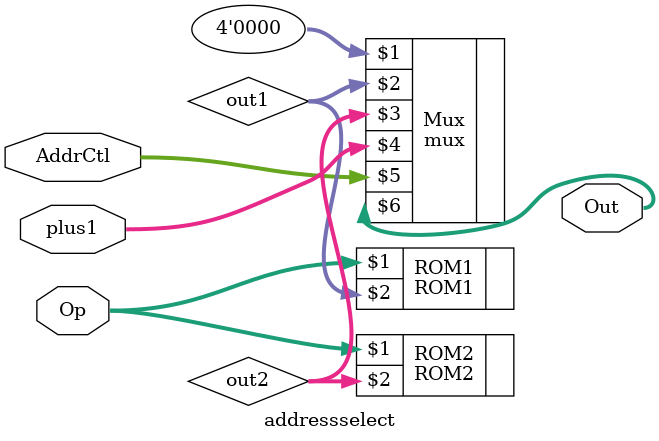
<source format=sv>
module addressselect (input logic [1:0] AddrCtl,
                      input logic [6:0] Op,
                      input logic [3:0] plus1,
                      output logic [3:0] Out);
    
    logic [3:0] out1, out2;  

    ROM1 ROM1(Op, out1);
    ROM2 ROM2(Op, out2);
    mux Mux (4'b0, out1, out2, plus1, AddrCtl, Out);
    
endmodule
</source>
